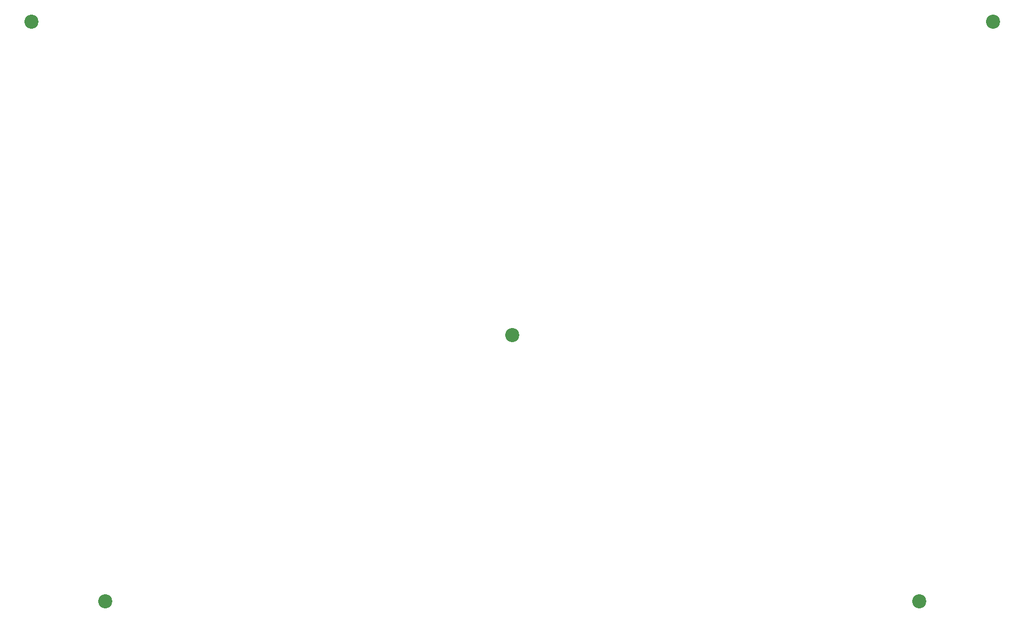
<source format=gbr>
%TF.GenerationSoftware,KiCad,Pcbnew,(6.0.1)*%
%TF.CreationDate,2022-06-19T08:52:03+09:00*%
%TF.ProjectId,yuiop32dm-topplate,7975696f-7033-4326-946d-2d746f70706c,1*%
%TF.SameCoordinates,Original*%
%TF.FileFunction,Soldermask,Bot*%
%TF.FilePolarity,Negative*%
%FSLAX46Y46*%
G04 Gerber Fmt 4.6, Leading zero omitted, Abs format (unit mm)*
G04 Created by KiCad (PCBNEW (6.0.1)) date 2022-06-19 08:52:03*
%MOMM*%
%LPD*%
G01*
G04 APERTURE LIST*
%ADD10C,2.200000*%
G04 APERTURE END LIST*
D10*
%TO.C,H4*%
X213500000Y-141500000D03*
%TD*%
%TO.C,H1*%
X75000000Y-51000000D03*
%TD*%
%TO.C,H5*%
X150000000Y-100000000D03*
%TD*%
%TO.C,H3*%
X86500000Y-141500000D03*
%TD*%
%TO.C,H2*%
X225000000Y-51000000D03*
%TD*%
M02*

</source>
